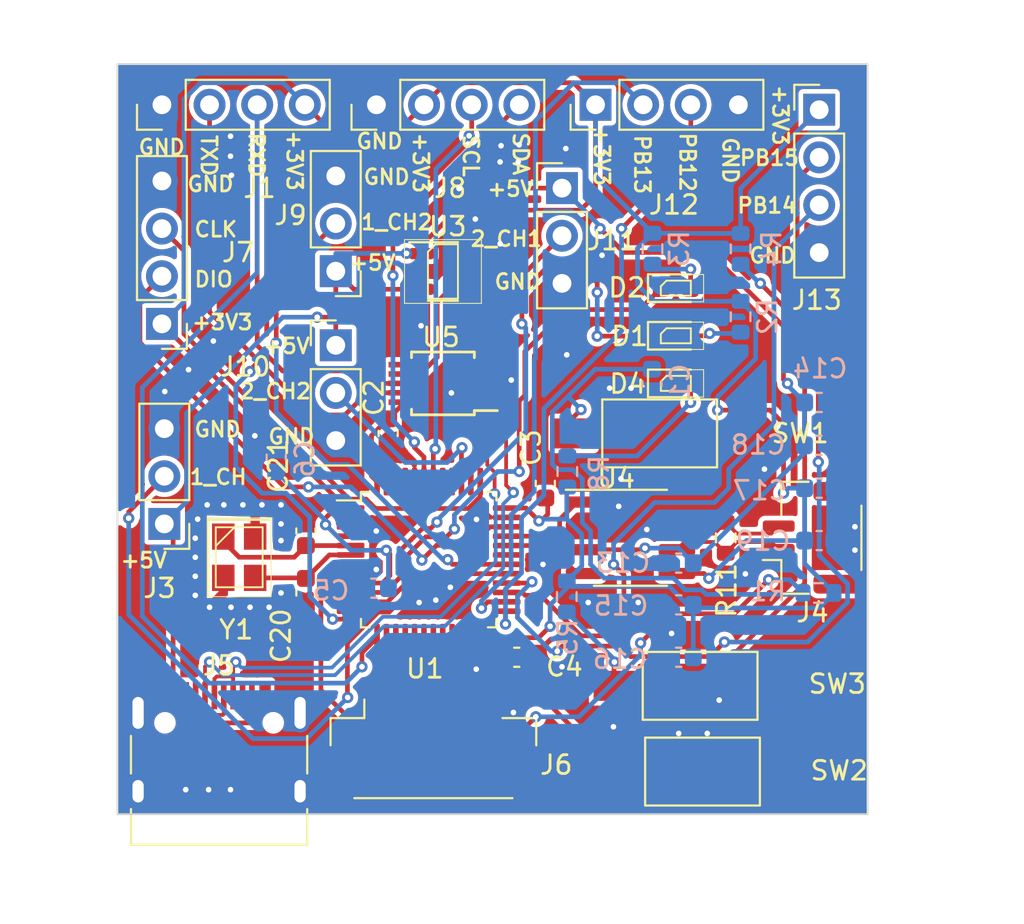
<source format=kicad_pcb>
(kicad_pcb (version 20221018) (generator pcbnew)
  (layers (0 "F.Cu" signal) (31 "B.Cu" signal) (34 "B.Paste" user) (35 "F.Paste" user) (36 "B.SilkS" user "B.Silkscreen") (37 "F.SilkS" user "F.Silkscreen") (38 "B.Mask" user) (39 "F.Mask" user) (44 "Edge.Cuts" user))
  (net 0 "")
  (net 1 "GND")
  (net 2 "/MCU/RESET")
  (net 3 "/MCU/XTAL_I")
  (net 4 "/MCU/XTAL_O")
  (net 5 "Net-(D4-A)")
  (net 6 "/MCU/LED1")
  (net 7 "/MCU/LED2")
  (net 9 "+3V3")
  (net 10 "+5V")
  (net 14 "/MCU/DIO")
  (net 15 "/MCU/CLK")
  (net 30 "Net-(D1-A)")
  (net 31 "Net-(D2-A)")
  (net 32 "/Connector/TXD")
  (net 33 "/Connector/RXD")
  (net 34 "/Connector/TIM1_CH")
  (net 35 "/Connector/-")
  (net 36 "/Connector/+")
  (net 37 "/Connector/DP")
  (net 38 "/Connector/DN")
  (net 39 "/Connector/SPI_CS")
  (net 40 "/Connector/SPI_SCK")
  (net 41 "/Connector/SPI_MISO")
  (net 42 "/Connector/SPI_MOSI")
  (net 43 "/Connector/GPIO0")
  (net 44 "/Connector/I2C1_SCL")
  (net 45 "/Connector/I2C1_SDA")
  (net 46 "/Connector/TIM1_CH2")
  (net 47 "/Connector/TIM2_CH2")
  (net 48 "/Connector/TIM2_CH1")
  (net 49 "/Connector/PB13")
  (net 50 "/Connector/PB12")
  (net 51 "/Connector/PB15")
  (net 52 "/Connector/PB14")
  (net 53 "/MCU/KEY1")
  (net 54 "/MCU/KEY2")
  (net 55 "/Connector/CAN_RX")
  (net 56 "/Connector/CAN_TX")
  (footprint "Button_Switch_SMD:SW_SPST_FSMSM" (layer "F.Cu") (at 208.915 91.694)
    (fp_text reference "SW1")
    (fp_text value " SW")
  )
  (footprint "Connector_PinHeader_2.54mm:PinHeader_1x03_P2.54mm_Vertical" (layer "F.Cu") (at 182.499 96.52 180)
    (fp_text reference "J3")
    (fp_text value "Conn_01x03")
  )
  (footprint "Connector_PinHeader_2.54mm:PinHeader_1x04_P2.54mm_Vertical" (layer "F.Cu") (at 182.372 85.852 180)
    (fp_text reference "J7")
    (fp_text value "Conn_01x04")
  )
  (footprint "Capacitor_SMD:C_0603_1608Metric" (layer "F.Cu") (at 217.424 97.409)
    (fp_text reference "C19")
    (fp_text value "100n")
  )
  (footprint "Resistor_SMD:R_0603_1608Metric" (layer "F.Cu") (at 203.992 93.726 -90)
    (fp_text reference "R8")
    (fp_text value "10k")
  )
  (footprint "Resistor_SMD:R_0603_1608Metric" (layer "F.Cu") (at 213.233 81.852 90)
    (fp_text reference "R4")
    (fp_text value "10k")
  )
  (footprint "LED_SMD:LED_0603_1608Metric" (layer "F.Cu") (at 209.7785 83.947)
    (fp_text reference "D2")
    (fp_text value "LED")
  )
  (footprint "Button_Switch_SMD:SW_SPST_FSMSM" (layer "F.Cu") (at 211.201 109.728)
    (fp_text reference "SW2")
    (fp_text value " SW")
  )
  (footprint "Package_SO:SOIC-8_3.9x4.9mm_P1.27mm" (layer "F.Cu") (at 207.359 97.261)
    (fp_text reference "U4")
    (fp_text value "TJA1051T-3")
  )
  (footprint "Capacitor_SMD:C_0603_1608Metric" (layer "F.Cu") (at 209.931 100.838)
    (fp_text reference "C15")
    (fp_text value "100n")
  )
  (footprint "LED_SMD:LED_0603_1608Metric" (layer "F.Cu") (at 209.7785 86.487)
    (fp_text reference "D1")
    (fp_text value "LED")
  )
  (footprint "Capacitor_SMD:C_0603_1608Metric" (layer "F.Cu") (at 194.437 91.694 90)
    (fp_text reference "C2")
    (fp_text value "100n")
  )
  (footprint "Capacitor_SMD:C_0603_1608Metric" (layer "F.Cu") (at 217.424 90.043 180)
    (fp_text reference "C14")
    (fp_text value "100n")
  )
  (footprint "Capacitor_SMD:C_0603_1608Metric" (layer "F.Cu") (at 209.931 98.612)
    (fp_text reference "C13")
    (fp_text value "2.2u")
  )
  (footprint "Connector_USB:USB_C_Receptacle_HRO_TYPE-C-31-M-12" (layer "F.Cu") (at 185.42 109.728)
    (fp_text reference "J5")
    (fp_text value "USB_C_Receptacle_USB2.0")
  )
  (footprint "Connector_PinHeader_2.54mm:PinHeader_1x04_P2.54mm_Vertical" (layer "F.Cu") (at 205.496 74.168 90)
    (fp_text reference "J12")
    (fp_text value "Conn_01x04")
  )
  (footprint "Connector_PinHeader_2.54mm:PinHeader_1x04_P2.54mm_Vertical" (layer "F.Cu") (at 182.372 74.168 90)
    (fp_text reference "J1")
    (fp_text value "Conn_01x04")
  )
  (footprint "Connector_PinHeader_2.54mm:PinHeader_1x03_P2.54mm_Vertical" (layer "F.Cu") (at 203.708 78.613)
    (fp_text reference "J11")
    (fp_text value "Conn_01x03")
  )
  (footprint "Capacitor_SMD:C_0603_1608Metric" (layer "F.Cu") (at 208.504 89.046 90)
    (fp_text reference "C1")
    (fp_text value "100n")
  )
  (footprint "Resistor_SMD:R_0603_1608Metric" (layer "F.Cu") (at 213.233 85.471 -90)
    (fp_text reference "R2")
    (fp_text value "1K")
  )
  (footprint "Capacitor_SMD:C_0603_1608Metric" (layer "F.Cu") (at 190.049 96.901 90)
    (fp_text reference "C21")
    (fp_text value "12p")
  )
  (footprint "Connector_PinHeader_2.54mm:PinHeader_1x04_P2.54mm_Vertical" (layer "F.Cu") (at 193.812 74.168 90)
    (fp_text reference "J8")
    (fp_text value "Conn_01x04")
  )
  (footprint "Connector_JST:JST_GH_SM02B-GHS-TB_1x02-1MP_P1.25mm_Horizontal" (layer "F.Cu") (at 217.115 97.261 90)
    (fp_text reference "J4")
    (fp_text value "Conn_01x02")
  )
  (footprint "Connector_JST:JST_GH_SM06B-GHS-TB_1x06-1MP_P1.25mm_Horizontal" (layer "F.Cu") (at 196.85 108.585)
    (fp_text reference "J6")
    (fp_text value "Conn_01x06")
  )
  (footprint "Connector_PinHeader_2.54mm:PinHeader_1x03_P2.54mm_Vertical" (layer "F.Cu") (at 191.643 86.995)
    (fp_text reference "J10")
    (fp_text value "Conn_01x03")
  )
  (footprint "Capacitor_SMD:C_0603_1608Metric" (layer "F.Cu") (at 188.468 92.964 90)
    (fp_text reference "C6")
    (fp_text value "100n")
  )
  (footprint "Connector_PinHeader_2.54mm:PinHeader_1x03_P2.54mm_Vertical" (layer "F.Cu") (at 191.643 83.043 180)
    (fp_text reference "J9")
    (fp_text value "Conn_01x03")
  )
  (footprint "Connector_PinHeader_2.54mm:PinHeader_1x04_P2.54mm_Vertical" (layer "F.Cu") (at 217.424 74.432)
    (fp_text reference "J13")
    (fp_text value "Conn_01x04")
  )
  (footprint "PackageSOT:SOT-23-5" (layer "F.Cu") (at 197.358 83.058)
    (fp_text reference "U3")
    (fp_text value "HX9193-33GB")
  )
  (footprint "Capacitor_SMD:C_0603_1608Metric" (layer "F.Cu") (at 217.424 94.615 180)
    (fp_text reference "C17")
    (fp_text value "100n")
  )
  (footprint "Capacitor_SMD:C_0603_1608Metric" (layer "F.Cu") (at 217.411 92.329 180)
    (fp_text reference "C18")
    (fp_text value "100n")
  )
  (footprint "Resistor_SMD:R_0603_1608Metric" (layer "F.Cu") (at 217.387 100.203)
    (fp_text reference "R1")
    (fp_text value "10k")
  )
  (footprint "Capacitor_SMD:C_0603_1608Metric" (layer "F.Cu") (at 193.675 99.949)
    (fp_text reference "C5")
    (fp_text value "100n")
  )
  (footprint "Crystal:Crystal_SMD_3225-4Pin_3.2x2.5mm" (layer "F.Cu") (at 186.493 98.298 -90)
    (fp_text reference "Y1")
    (fp_text value "12M")
  )
  (footprint "Capacitor_SMD:C_0603_1608Metric" (layer "F.Cu") (at 209.931 103.632)
    (fp_text reference "C16")
    (fp_text value "2.2u")
  )
  (footprint "Resistor_SMD:R_0603_1608Metric" (layer "F.Cu") (at 212.439 97.261 90)
    (fp_text reference "R11")
    (fp_text value "120")
  )
  (footprint "LED_SMD:LED_0603_1608Metric" (layer "F.Cu") (at 209.7785 89.027)
    (fp_text reference "D4")
    (fp_text value "RED")
  )
  (footprint "Resistor_SMD:R_0603_1608Metric" (layer "F.Cu") (at 203.962 100.394 90)
    (fp_text reference "R5")
    (fp_text value "10k")
  )
  (footprint "Button_Switch_SMD:SW_SPST_FSMSM" (layer "F.Cu") (at 211.074 105.156)
    (fp_text reference "SW3")
    (fp_text value " SW")
  )
  (footprint "Capacitor_SMD:C_0603_1608Metric" (layer "F.Cu") (at 202.819 94.361 90)
    (fp_text reference "C3")
    (fp_text value "100n")
  )
  (footprint "Capacitor_SMD:C_0603_1608Metric" (layer "F.Cu") (at 201.295 103.632)
    (fp_text reference "C4")
    (fp_text value "100n")
  )
  (footprint "PackageQFP:LQFP-48_7x7mm_P0.5mm" (layer "F.Cu") (at 196.596 98.425)
    (fp_text reference "U1")
    (fp_text value "STM32F103C8Tx")
  )
  (footprint "Capacitor_SMD:C_0603_1608Metric" (layer "F.Cu") (at 190.049 100.203 90)
    (fp_text reference "C20")
    (fp_text value "12p")
  )
  (footprint "Resistor_SMD:R_0603_1608Metric" (layer "F.Cu") (at 208.534 81.8444 -90)
    (fp_text reference "R3")
    (fp_text value "1K")
  )
  (footprint "Package_SO:MSOP-10_3x3mm_P0.5mm" (layer "F.Cu") (at 197.358 89.027 180)
    (fp_text reference "U5")
    (fp_text value "CH340E")
  )
  (gr_rect locked (start 180 72) (end 220 112) (stroke (width 0.1)) (fill none) (layer "Edge.Cuts"))
  (gr_text "+5V" (at 199.644 79.121) (layer "F.SilkS") (effects (font (size 0.8 0.8) (thickness 0.15) bold) (justify left bottom)))
  (gr_text "TXD" (at 184.404 75.692 270) (layer "F.SilkS") (effects (font (size 0.8 0.8) (thickness 0.15) bold) (justify left bottom)))
  (gr_text "+5V" (at 187.706 87.503) (layer "F.SilkS") (effects (font (size 0.8 0.8) (thickness 0.15) bold) (justify left bottom)))
  (gr_text "+3V3" (at 183.896 86.233) (layer "F.SilkS") (effects (font (size 0.8 0.8) (thickness 0.15) bold) (justify left bottom)))
  (gr_text "+3V3" (at 205.359 75.184 -90) (layer "F.SilkS") (effects (font (size 0.8 0.8) (thickness 0.15) bold) (justify left bottom)))
  (gr_text "+3V3" (at 195.707 75.565 -90) (layer "F.SilkS") (effects (font (size 0.8 0.8) (thickness 0.15) bold) (justify left bottom)))
  (gr_text "PB13" (at 207.518 75.692 270) (layer "F.SilkS") (effects (font (size 0.8 0.8) (thickness 0.15) bold) (justify left bottom)))
  (gr_text "GND" (at 187.96 92.329) (layer "F.SilkS") (effects (font (size 0.8 0.8) (thickness 0.15) bold) (justify left bottom)))
  (gr_text "PB15" (at 213.106 77.47) (layer "F.SilkS") (effects (font (size 0.8 0.8) (thickness 0.15) bold) (justify left bottom)))
  (gr_text "GND" (at 212.217 75.819 -90) (layer "F.SilkS") (effects (font (size 0.8 0.8) (thickness 0.15) bold) (justify left bottom)))
  (gr_text "1_CH2" (at 192.913 80.899) (layer "F.SilkS") (effects (font (size 0.8 0.8) (thickness 0.15) bold) (justify left bottom)))
  (gr_text "GND" (at 193.04 78.486) (layer "F.SilkS") (effects (font (size 0.8 0.8) (thickness 0.15) bold) (justify left bottom)))
  (gr_text "2_CH2" (at 186.436 89.916) (layer "F.SilkS") (effects (font (size 0.8 0.8) (thickness 0.15) bold) (justify left bottom)))
  (gr_text "GND" (at 192.659 76.581) (layer "F.SilkS") (effects (font (size 0.8 0.8) (thickness 0.15) bold) (justify left bottom)))
  (gr_text "PB12" (at 209.931 75.565 270) (layer "F.SilkS") (effects (font (size 0.8 0.8) (thickness 0.15) bold) (justify left bottom)))
  (gr_text "GND" (at 200.025 84.074) (layer "F.SilkS") (effects (font (size 0.8 0.8) (thickness 0.15) bold) (justify left bottom)))
  (gr_text "+3V3" (at 188.976 75.438 -90) (layer "F.SilkS") (effects (font (size 0.8 0.8) (thickness 0.15) bold) (justify left bottom)))
  (gr_text "CLK" (at 184.023 81.28) (layer "F.SilkS") (effects (font (size 0.8 0.8)) (justify left bottom)))
  (gr_text "PB14" (at 212.979 80.01) (layer "F.SilkS") (effects (font (size 0.8 0.8) (thickness 0.15) bold) (justify left bottom)))
  (gr_text "GND" (at 184.023 91.948) (layer "F.SilkS") (effects (font (size 0.8 0.8) (thickness 0.15) bold) (justify left bottom)))
  (gr_text "2_CH1" (at 198.755 81.788) (layer "F.SilkS") (effects (font (size 0.8 0.8) (thickness 0.15) bold) (justify left bottom)))
  (gr_text "SCL" (at 198.374 75.692 270) (layer "F.SilkS") (effects (font (size 0.8 0.8) (thickness 0.15) bold) (justify left bottom)))
  (gr_text "GND" (at 181.042 76.902) (layer "F.SilkS") (effects (font (size 0.8 0.8) (thickness 0.15) bold) (justify left bottom)))
  (gr_text "RXD" (at 186.944 75.565 270) (layer "F.SilkS") (effects (font (size 0.8 0.8) (thickness 0.15) bold) (justify left bottom)))
  (gr_text "+5V" (at 180.086 98.933) (layer "F.SilkS") (effects (font (size 0.8 0.8) (thickness 0.15) bold) (justify left bottom)))
  (gr_text "SDA" (at 201.041 75.565 270) (layer "F.SilkS") (effects (font (size 0.8 0.8) (thickness 0.15) bold) (justify left bottom)))
  (gr_text "1_CH" (at 183.769 94.488) (layer "F.SilkS") (effects (font (size 0.8 0.8) (thickness 0.15) bold) (justify left bottom)))
  (gr_text "+3V3" (at 214.884 73.025 -90) (layer "F.SilkS") (effects (font (size 0.8 0.8) (thickness 0.15) bold) (justify left bottom)))
  (gr_text "+5V" (at 192.278 83.058) (layer "F.SilkS") (effects (font (size 0.8 0.8) (thickness 0.15) bold) (justify left bottom)))
  (gr_text "GND" (at 213.614 82.677) (layer "F.SilkS") (effects (font (size 0.8 0.8) (thickness 0.15) bold) (justify left bottom)))
  (gr_text "DIO" (at 184.023 83.947) (layer "F.SilkS") (effects (font (size 0.8 0.8) (thickness 0.15) bold) (justify left bottom)))
  (gr_text "GND" (at 183.642 78.867) (layer "F.SilkS") (effects (font (size 0.8 0.8) (thickness 0.15) bold) (justify left bottom)))
  (segment (start 187.343 97.198) (end 187.343 95.867) (width 0.5) (layer "F.Cu") (net 1))
  (segment (start 187.343 95.867) (end 187.706 95.504) (width 0.5) (layer "F.Cu") (net 1))
  (segment (start 199.558 89.027) (end 200.8245 89.027) (width 0.25) (layer "F.Cu") (net 1))
  (segment (start 185.643 100.234) (end 184.912 100.965) (width 0.5) (layer "F.Cu") (net 1))
  (segment (start 200.8245 89.027) (end 201.0023 88.8492) (width 0.25) (layer "F.Cu") (net 1))
  (segment (start 185.643 99.398) (end 185.643 100.234) (width 0.5) (layer "F.Cu") (net 1))
  (via (at 201.1172 106.5784) (size 0.6) (drill 0.3) (layers "F.Cu" "B.Cu") (net 1))
  (via (at 199.136 104.267) (size 0.6) (drill 0.3) (layers "F.Cu" "B.Cu") (net 1))
  (via (at 188.722 97.409) (size 0.6) (drill 0.3) (layers "F.Cu" "B.Cu") (net 1))
  (via (at 197.8085 89.535) (size 0.6) (drill 0.3) (layers "F.Cu" "B.Cu") (net 1))
  (via (at 206.731304 95.5825) (size 0.6) (drill 0.3) (layers "F.Cu" "B.Cu") (net 1))
  (via (at 196.977 100.584) (size 0.6) (drill 0.3) (layers "F.Cu" "B.Cu") (net 1))
  (via (at 208.233257 96.817743) (size 0.6) (drill 0.3) (layers "F.Cu" "B.Cu") (net 1))
  (via (at 199.146017 96.279454) (size 0.6) (drill 0.3) (layers "F.Cu" "B.Cu") (net 1))
  (via (at 186.055 100.965) (size 0.6) (drill 0.3) (layers "F.Cu" "B.Cu") (net 1))
  (via (at 184.15 97.282) (size 0.6) (drill 0.3) (layers "F.Cu" "B.Cu") (net 1))
  (via (at 201.422 76.3016) (size 0.6) (drill 0.3) (layers "F.Cu" "B.Cu") (net 1))
  (via (at 186.0804 77.9272) (size 0.6) (drill 0.3) (layers "F.Cu" "B.Cu") (net 1))
  (via (at 211.455 107.696) (size 0.6) (drill 0.3) (layers "F.Cu" "B.Cu") (net 1))
  (via (at 188.722 95.504) (size 0.6) (drill 0.3) (layers "F.Cu" "B.Cu") (net 1))
  (via (at 196.088 100.711) (size 0.6) (drill 0.3) (layers "F.Cu" "B.Cu") (net 1))
  (via (at 212.09 105.918) (size 0.6) (drill 0.3) (layers "F.Cu" "B.Cu") (net 1))
  (via (at 184.277 96.266) (size 0.6) (drill 0.3) (layers "F.Cu" "B.Cu") (net 1))
  (via (at 185.1152 86.7664) (size 0.6) (drill 0.3) (layers "F.Cu" "B.Cu") (net 1))
  (via (at 200.4568 76.3524) (size 0.6) (drill 0.3) (layers "F.Cu" "B.Cu") (net 1))
  (via (at 182.5244 89.4588) (size 0.6) (drill 0.3) (layers "F.Cu" "B.Cu") (net 1))
  (via (at 219.329 96.6724) (size 0.6) (drill 0.3) (layers "F.Cu" "B.Cu") (net 1))
  (via (at 209.931 107.696) (size 0.6) (drill 0.3) (layers "F.Cu" "B.Cu") (net 1))
  (via (at 188.722 100.203) (size 0.6) (drill 0.3) (layers "F.Cu" "B.Cu") (net 1))
  (via (at 184.15 100.33) (size 0.6) (drill 0.3) (layers "F.Cu" "B.Cu") (net 1))
  (via (at 209.55 102.362) (size 0.6) (drill 0.3) (layers "F.Cu" "B.Cu") (net 1))
  (via (at 197.752378 99.8995) (size 0.6) (drill 0.3) (layers "F.Cu" "B.Cu") (net 1))
  (via (at 200.406 77.216) (size 0.6) (drill 0.3) (layers "F.Cu" "B.Cu") (net 1))
  (via (at 187.706 95.504) (size 0.6) (drill 0.3) (layers "F.Cu" "B.Cu") (net 1))
  (via (at 184.8612 110.6932) (size 0.6) (drill 0.3) (layers "F.Cu" "B.Cu") (net 1))
  (via (at 214.503 93.599) (size 0.6) (drill 0.3) (layers "F.Cu" "B.Cu") (net 1))
  (via (at 203.9112 76.5048) (size 0.6) (drill 0.3) (layers "F.Cu" "B.Cu") (net 1))
  (via (at 207.772 100.711) (size 0.6) (drill 0.3) (layers "F.Cu" "B.Cu") (net 1))
  (via (at 199.0852 80.264) (size 0.6) (drill 0.3) (layers "F.Cu" "B.Cu") (net 1))
  (via (at 203.708 104.14) (size 0.6) (drill 0.3) (layers "F.Cu" "B.Cu") (net 1))
  (via (at 188.722 96.52) (size 0.6) (drill 0.3) (layers "F.Cu" "B.Cu") (net 1))
  (via (at 207.391 89.281) (size 0.6) (drill 0.3) (layers "F.Cu" "B.Cu") (net 1))
  (via (at 206.4512 107.3404) (size 0.6) (drill 0.3) (layers "F.Cu" "B.Cu") (net 1))
  (via (at 202.692 98.679) (size 0.6) (drill 0.3) (layers "F.Cu" "B.Cu") (net 1))
  (via (at 186.0296 75.8444) (size 0.6) (drill 0.3) (layers "F.Cu" "B.Cu") (net 1))
  (via (at 219.329 97.917) (size 0.6) (drill 0.3) (layers "F.Cu" "B.Cu") (net 1))
  (via (at 200.406 81.5848) (size 0.6) (drill 0.3) (layers "F.Cu" "B.Cu") (net 1))
  (via (at 187.071 100.965) (size 0.6) (drill 0.3) (layers "F.Cu" "B.Cu") (net 1))
  (via (at 185.674 95.504) (size 0.6) (drill 0.3) (layers "F.Cu" "B.Cu") (net 1))
  (via (at 184.15 99.314) (size 0.6) (drill 0.3) (layers "F.Cu" "B.Cu") (net 1))
  (via (at 186.0296 76.9112) (size 0.6) (drill 0.3) (layers "F.Cu" "B.Cu") (net 1))
  (via (at 198.217301 78.634101) (size 0.6) (drill 0.3) (layers "F.Cu" "B.Cu") (net 1))
  (via (at 206.248 89.281) (size 0.6) (drill 0.3) (layers "F.Cu" "B.Cu") (net 1))
  (via (at 183.790101 88.294699) (size 0.6) (drill 0.3) (layers "F.Cu" "B.Cu") (net 1))
  (via (at 206.851 94.1114) (size 0.6) (drill 0.3) (layers "F.Cu" "B.Cu") (net 1))
  (via (at 193.802 98.9505) (size 0.6) (drill 0.3) (layers "F.Cu" "B.Cu") (net 1))
  (via (at 193.802 96.901) (size 0.6) (drill 0.3) (layers "F.Cu" "B.Cu") (net 1))
  (via (at 213.487 99.187) (size 0.6) (drill 0.3) (layers "F.Cu" "B.Cu") (net 1))
  (via (at 187.325 91.821) (size 0.6) (drill 0.3) (layers "F.Cu" "B.Cu") (net 1))
  (via (at 196.1896 85.9536) (size 0.6) (drill 0.3) (layers "F.Cu" "B.Cu") (net 1))
  (via (at 203.962 87.503) (size 0.6) (drill 0.3) (layers "F.Cu" "B.Cu") (net 1))
  (via (at 201.3712 77.216) (size 0.6) (drill 0.3) (layers "F.Cu" "B.Cu") (net 1))
  (via (at 184.785 95.504) (size 0.6) (drill 0.3) (layers "F.Cu" "B.Cu") (net 1))
  (via (at 188.087 100.965) (size 0.6) (drill 0.3) (layers "F.Cu" "B.Cu") (net 1))
  (via (at 184.15 98.298) (size 0.6) (drill 0.3) (layers "F.Cu" "B.Cu") (net 1))
  (via (at 186.69 95.504) (size 0.6) (drill 0.3) (layers "F.Cu" "B.Cu") (net 1))
  (via (at 183.642 110.6932) (size 0.6) (drill 0.3) (layers "F.Cu" "B.Cu") (net 1))
  (via (at 205.105 100.711) (size 0.6) (drill 0.3) (layers "F.Cu" "B.Cu") (net 1))
  (via (at 205.8416 82.1944) (size 0.6) (drill 0.3) (layers "F.Cu" "B.Cu") (net 1))
  (via (at 201.0023 88.8492) (size 0.6) (drill 0.3) (layers "F.Cu" "B.Cu") (net 1))
  (via (at 186.0296 110.6932) (size 0.6) (drill 0.3) (layers "F.Cu" "B.Cu") (net 1))
  (via (at 184.912 100.965) (size 0.6) (drill 0.3) (layers "F.Cu" "B.Cu") (net 1))
  (segment (start 207.899 102.87) (end 209.4577 101.3113) (width 0.25) (layer "F.Cu") (net 2))
  (segment (start 201.168 107.95) (end 202.311 106.807) (width 0.25) (layer "F.Cu") (net 2))
  (segment (start 209.4577 101.3113) (end 212.9092 101.3113) (width 0.25) (layer "F.Cu") (net 2))
  (segment (start 193.418249 107.95) (end 201.168 107.95) (width 0.25) (layer "F.Cu") (net 2))
  (segment (start 204.325 90.823) (end 204.724 90.424) (width 0.25) (layer "F.Cu") (net 2))
  (segment (start 190.849 99.456315) (end 190.849 105.380751) (width 0.25) (layer "F.Cu") (net 2))
  (segment (start 212.9092 101.3113) (end 214.725 99.4955) (width 0.25) (layer "F.Cu") (net 2))
  (segment (start 191.630315 98.675) (end 190.849 99.456315) (width 0.25) (layer "F.Cu") (net 2))
  (segment (start 192.4335 98.675) (end 191.630315 98.675) (width 0.25) (layer "F.Cu") (net 2))
  (segment (start 204.325 91.694) (end 204.325 90.823) (width 0.25) (layer "F.Cu") (net 2))
  (segment (start 190.849 105.380751) (end 193.418249 107.95) (width 0.25) (layer "F.Cu") (net 2))
  (via (at 207.899 102.87) (size 0.6) (drill 0.3) (layers "F.Cu" "B.Cu") (net 2))
  (via (at 202.311 106.807) (size 0.6) (drill 0.3) (layers "F.Cu" "B.Cu") (net 2))
  (via (at 204.724 90.424) (size 0.6) (drill 0.3) (layers "F.Cu" "B.Cu") (net 2))
  (via (at 214.725 99.4955) (size 0.6) (drill 0.3) (layers "F.Cu" "B.Cu") (net 2))
  (segment (start 203.192 93.337) (end 203.192 90.559) (width 0.25) (layer "B.Cu") (net 2))
  (segment (start 204.284462 93.626) (end 203.481 93.626) (width 0.25) (layer "B.Cu") (net 2))
  (segment (start 203.192 90.559) (end 204.0255 89.7255) (width 0.25) (layer "B.Cu") (net 2))
  (segment (start 205.48 88.271) (end 208.504 88.271) (width 0.25) (layer "B.Cu") (net 2))
  (segment (start 204.792 94.133538) (end 204.284462 93.626) (width 0.25) (layer "B.Cu") (net 2))
  (segment (start 216.562 100.203) (end 216.4865 100.2785) (width 0.25) (layer "B.Cu") (net 2))
  (segment (start 204.606305 106.807) (end 202.311 106.807) (width 0.25) (layer "B.Cu") (net 2))
  (segment (start 205.965 99.412) (end 205.232 98.679) (width 0.25) (layer "B.Cu") (net 2))
  (segment (start 207.899 103.514305) (end 204.606305 106.807) (width 0.25) (layer "B.Cu") (net 2))
  (segment (start 203.481 93.626) (end 203.192 93.337) (width 0.25) (layer "B.Cu") (net 2))
  (segment (start 204.0255 89.7255) (end 205.48 88.271) (width 0.25) (layer "B.Cu") (net 2))
  (segment (start 210.274 100.038) (end 209.648 99.412) (width 0.25) (layer "B.Cu") (net 2))
  (segment (start 204.724 90.424) (end 204.0255 89.7255) (width 0.25) (layer "B.Cu") (net 2))
  (segment (start 216.4865 100.2785) (end 211.399317 100.2785) (width 0.25) (layer "B.Cu") (net 2))
  (segment (start 215.8545 99.4955) (end 216.562 100.203) (width 0.25) (layer "B.Cu") (net 2))
  (segment (start 205.232 98.679) (end 205.232 96.899604) (width 0.25) (layer "B.Cu") (net 2))
  (segment (start 214.725 99.4955) (end 215.8545 99.4955) (width 0.25) (layer "B.Cu") (net 2))
  (segment (start 207.899 102.87) (end 207.899 103.514305) (width 0.25) (layer "B.Cu") (net 2))
  (segment (start 204.792 96.459604) (end 204.792 94.133538) (width 0.25) (layer "B.Cu") (net 2))
  (segment (start 211.158817 100.038) (end 210.274 100.038) (width 0.25) (layer "B.Cu") (net 2))
  (segment (start 211.399317 100.2785) (end 211.158817 100.038) (width 0.25) (layer "B.Cu") (net 2))
  (segment (start 205.232 96.899604) (end 204.792 96.459604) (width 0.25) (layer "B.Cu") (net 2))
  (segment (start 209.648 99.412) (end 205.965 99.412) (width 0.25) (layer "B.Cu") (net 2))
  (segment (start 186.493 98.298) (end 189.427 98.298) (width 0.25) (layer "F.Cu") (net 3))
  (segment (start 185.643 97.448) (end 186.493 98.298) (width 0.25) (layer "F.Cu") (net 3))
  (segment (start 189.427 98.298) (end 190.049 97.676) (width 0.25) (layer "F.Cu") (net 3))
  (segment (start 192.4325 97.676) (end 192.4335 97.675) (width 0.25) (layer "F.Cu") (net 3))
  (segment (start 190.049 97.676) (end 192.4325 97.676) (width 0.25) (layer "F.Cu") (net 3))
  (segment (start 185.643 97.198) (end 185.643 97.448) (width 0.25) (layer "F.Cu") (net 3))
  (segment (start 190.049 99.428) (end 191.302 98.175) (width 0.25) (layer "F.Cu") (net 4))
  (segment (start 187.343 99.398) (end 190.019 99.398) (width 0.25) (layer "F.Cu") (net 4))
  (segment (start 191.302 98.175) (end 192.4335 98.175) (width 0.25) (layer "F.Cu") (net 4))
  (segment (start 190.019 99.398) (end 190.049 99.428) (width 0.25) (layer "F.Cu") (net 4))
  (segment (start 210.566 89.027) (end 210.566 90.043) (width 0.25) (layer "F.Cu") (net 5))
  (via (at 210.566 90.043) (size 0.6) (drill 0.3) (layers "F.Cu" "B.Cu") (net 5))
  (segment (start 207.708 92.901) (end 203.992 92.901) (width 0.25) (layer "B.Cu") (net 5))
  (segment (start 210.566 90.043) (end 207.708 92.901) (width 0.25) (layer "B.Cu") (net 5))
  (segment (start 194.265666 100.175) (end 192.4335 100.175) (width 0.25) (layer "F.Cu") (net 6))
  (segment (start 205.5876 83.656899) (end 205.5876 84.1756) (width 0.25) (layer "F.Cu") (net 6))
  (segment (start 195.059062 97.963799) (end 195.059062 99.381604) (width 0.25) (layer "F.Cu") (net 6))
  (segment (start 204.448701 82.518) (end 205.5876 83.656899) (width 0.25) (layer "F.Cu") (net 6))
  (segment (start 203.221299 82.518) (end 204.448701 82.518) (width 0.25) (layer "F.Cu") (net 6))
  (segment (start 195.059062 99.381604) (end 194.265666 100.175) (width 0.25) (layer "F.Cu") (net 6))
  (segment (start 201.5675 85.852) (end 201.5675 84.171799) (width 0.25) (layer "F.Cu") (net 6))
  (segment (start 196.259861 96.763) (end 195.059062 97.963799) (width 0.25) (layer "F.Cu") (net 6))
  (segment (start 208.991 86.507403) (end 208.991 86.487) (width 0.25) (layer "F.Cu") (net 6))
  (segment (start 196.699854 96.763) (end 196.259861 96.763) (width 0.25) (layer "F.Cu") (net 6))
  (segment (start 205.582603 86.507403) (end 208.991 86.507403) (width 0.25) (layer "F.Cu") (net 6))
  (segment (start 197.039526 96.423328) (end 196.699854 96.763) (width 0.25) (layer "F.Cu") (net 6))
  (segment (start 201.5675 84.171799) (end 203.221299 82.518) (width 0.25) (layer "F.Cu") (net 6))
  (via (at 197.039526 96.423328) (size 0.6) (drill 0.3) (layers "F.Cu" "B.Cu") (net 6))
  (via (at 205.582603 86.507403) (size 0.6) (drill 0.3) (layers "F.Cu" "B.Cu") (net 6))
  (via (at 205.5876 84.1756) (size 0.6) (drill 0.3) (layers "F.Cu" "B.Cu") (net 6))
  (via (at 201.5675 85.852) (size 0.6) (drill 0.3) (layers "F.Cu" "B.Cu") (net 6))
  (segment (start 197.039526 96.329078) (end 201.7776 91.591004) (width 0.25) (layer "B.Cu") (net 6))
  (segment (start 201.7776 91.591004) (end 201.7776 86.0621) (width 0.25) (layer "B.Cu") (net 6))
  (segment (start 205.5876 86.502406) (end 205.582603 86.507403) (width 0.25) (layer "B.Cu") (net 6))
  (segment (start 205.5876 84.1756) (end 205.5876 86.502406) (width 0.25) (layer "B.Cu") (net 6))
  (segment (start 197.039526 96.423328) (end 197.039526 96.329078) (width 0.25) (layer "B.Cu") (net 6))
  (segment (start 201.7776 86.0621) (end 201.5675 85.852) (width 0.25) (layer "B.Cu") (net 6))
  (segment (start 201.7268 89.662) (end 201.7268 87.3252) (width 0.25) (layer "F.Cu") (net 7))
  (segment (start 203.962 85.09) (end 207.848 85.09) (width 0.25) (layer "F.Cu") (net 7))
  (segment (start 197.969951 96.788451) (end 197.545402 97.213) (width 0.25) (layer "F.Cu") (net 7))
  (segment (start 194.402062 100.675) (end 192.4335 100.675) (width 0.25) (layer "F.Cu") (net 7))
  (segment (start 201.426475 89.962325) (end 201.7268 89.662) (width 0.25) (layer "F.Cu") (net 7))
  (segment (start 195.509062 99.568) (end 194.402062 100.675) (width 0.25) (layer "F.Cu") (net 7))
  (segment (start 201.426475 93.726) (end 201.426475 89.962325) (width 0.25) (layer "F.Cu") (net 7))
  (segment (start 195.509062 98.150195) (end 195.509062 99.568) (width 0.25) (layer "F.Cu") (net 7))
  (segment (start 196.446257 97.213) (end 195.509062 98.150195) (width 0.25) (layer "F.Cu") (net 7))
  (segment (start 207.848 85.09) (end 208.991 83.947) (width 0.25) (layer "F.Cu") (net 7))
  (segment (start 201.7268 87.3252) (end 203.962 85.09) (width 0.25) (layer "F.Cu") (net 7))
  (segment (start 197.545402 97.213) (end 196.446257 97.213) (width 0.25) (layer "F.Cu") (net 7))
  (via (at 201.426475 93.726) (size 0.6) (drill 0.3) (layers "F.Cu" "B.Cu") (net 7))
  (via (at 197.969951 96.788451) (size 0.6) (drill 0.3) (layers "F.Cu" "B.Cu") (net 7))
  (segment (start 197.969951 96.035049) (end 197.969951 96.788451) (width 0.25) (layer "B.Cu") (net 7))
  (segment (start 201.426475 93.726) (end 200.279 93.726) (width 0.25) (layer "B.Cu") (net 7))
  (segment (start 200.279 93.726) (end 197.969951 96.035049) (width 0.25) (layer "B.Cu") (net 7))
  (segment (start 191.630315 95.675) (end 192.4335 95.675) (width 0.25) (layer "F.Cu") (net 9))
  (segment (start 202.946 96.012) (end 202.946 95.263) (width 0.25) (layer "F.Cu") (net 9))
  (segment (start 191.630315 95.675) (end 191.09759 96.207725) (width 0.25) (layer "F.Cu") (net 9))
  (segment (start 211.283201 99.166) (end 211.537612 99.420411) (width 0.25) (layer "F.Cu") (net 9))
  (segment (start 200.52 103.632) (end 200.52 102.7015) (width 0.25) (layer "F.Cu") (net 9))
  (segment (start 194.437 90.919) (end 193.548 91.808) (width 0.25) (layer "F.Cu") (net 9))
  (segment (start 197.527 72.993) (end 196.352 74.168) (width 0.25) (layer "F.Cu") (net 9))
  (segment (start 194.527135 98.119471) (end 194.527135 99.277135) (width 0.25) (layer "F.Cu") (net 9))
  (segment (start 204.692 79.788) (end 205.496 78.984) (width 0.25) (layer "F.Cu") (net 9))
  (segment (start 191.09759 96.207725) (end 191.09759 96.56166) (width 0.25) (layer "F.Cu") (net 9))
  (segment (start 209.834 99.166) (end 211.283201 99.166) (width 0.25) (layer "F.Cu") (net 9))
  (segment (start 215.523299 91.172299) (end 215.523299 94.873299) (width 0.25) (layer "F.Cu") (net 9))
  (segment (start 196.158 88.527) (end 195.158 88.527) (width 0.25) (layer "F.Cu") (net 9))
  (segment (start 198.3538 83.383) (end 197.786249 83.383) (width 0.25) (layer "F.Cu") (net 9))
  (segment (start 191.167 75.343) (end 189.992 74.168) (width 0.25) (layer "F.Cu") (net 9))
  (segment (start 193.548 91.808) (end 193.548 93.9645) (width 0.25) (layer "F.Cu") (net 9))
  (segment (start 200.8155 79.788) (end 204.692 79.788) (width 0.25) (layer "F.Cu") (net 9))
  (segment (start 205.496 78.984) (end 205.496 74.168) (width 0.25) (layer "F.Cu") (net 9))
  (segment (start 205.496 74.168) (end 204.321 72.993) (width 0.25) (layer "F.Cu") (net 9))
  (segment (start 202.595925 96.362075) (end 202.946 96.012) (width 0.25) (layer "F.Cu") (net 9))
  (segment (start 195.158 90.027) (end 196.158 90.027) (width 0.25) (layer "F.Cu") (net 9))
  (segment (start 197.508 83.661249) (end 197.508 84.2288) (width 0.25) (layer "F.Cu") (net 9))
  (segment (start 194.527135 99.277135) (end 194.12927 99.675) (width 0.25) (layer "F.Cu") (net 9))
  (segment (start 202.476576 96.362075) (end 201.789501 95.675) (width 0.25) (layer "F.Cu") (net 9))
  (segment (start 198.4955 82.108) (end 200.8155 79.788) (width 0.25) (layer "F.Cu") (net 9))
  (segment (start 182.372 85.852) (end 190.1444 93.6244) (width 0.25) (layer "F.Cu") (net 9))
  (segment (start 201.789501 95.675) (end 200.7585 95.675) (width 0.25) (layer "F.Cu") (net 9))
  (segment (start 200.52 102.7015) (end 200.406 102.5875) (width 0.25) (layer "F.Cu") (net 9))
  (segment (start 212.009902 90.452075) (end 214.803075 90.452075) (width 0.25) (layer "F.Cu") (net 9))
  (segment (start 194.12927 99.675) (end 192.4335 99.675) (width 0.25) (layer "F.Cu") (net 9))
  (segment (start 199.346 102.5875) (end 200.406 102.5875) (width 0.25) (layer "F.Cu") (net 9))
  (segment (start 197.786249 83.383) (end 197.508 83.661249) (width 0.25) (layer "F.Cu") (net 9))
  (segment (start 195.158 90.198) (end 194.437 90.919) (width 0.25) (layer "F.Cu") (net 9))
  (segment (start 202.4665 102.5875) (end 203.073 101.981) (width 0.25) (layer "F.Cu") (net 9))
  (segment (start 195.158 90.027) (end 195.158 90.198) (width 0.25) (layer "F.Cu") (net 9))
  (segment (start 190.1444 93.6244) (end 192.195 95.675) (width 0.25) (layer "F.Cu") (net 9))
  (segment (start 197.508 84.2288) (end 197.0532 84.6836) (width 0.25) (layer "F.Cu") (net 9))
  (segment (start 200.406 102.5875) (end 202.4665 102.5875) (width 0.25) (layer "F.Cu") (net 9))
  (segment (start 196.158 90.027) (end 196.183 90.002) (width 0.25) (layer "F.Cu") (net 9))
  (segment (start 196.352 74.168) (end 195.177 75.343) (width 0.25) (layer "F.Cu") (net 9))
  (segment (start 196.183 90.002) (end 196.183 88.552) (width 0.25) (layer "F.Cu") (net 9))
  (segment (start 195.177 75.343) (end 191.167 75.343) (width 0.25) (layer "F.Cu") (net 9))
  (segment (start 202.946 95.263) (end 202.819 95.136) (width 0.25) (layer "F.Cu") (net 9))
  (segment (start 202.476576 96.362075) (end 202.595925 96.362075) (width 0.25) (layer "F.Cu") (net 9))
  (segment (start 197.0532 87.6318) (end 196.158 88.527) (width 0.25) (layer "F.Cu") (net 9))
  (segment (start 214.803075 90.452075) (end 215.523299 91.172299) (width 0.25) (layer "F.Cu") (net 9))
  (segment (start 193.548 93.9645) (end 193.846 94.2625) (width 0.25) (layer "F.Cu") (net 9))
  (segment (start 204.321 72.993) (end 197.527 72.993) (width 0.25) (layer "F.Cu") (net 9))
  (segment (start 197.0532 84.6836) (end 197.0532 87.6318) (width 0.25) (layer "F.Cu") (net 9))
  (segment (start 198.4955 82.108) (end 198.4955 83.2413) (width 0.25) (layer "F.Cu") (net 9))
  (segment (start 198.4955 83.2413) (end 198.3538 83.383) (width 0.25) (layer "F.Cu") (net 9))
  (segment (start 194.335457 97.927793) (end 194.527135 98.119471) (width 0.25) (layer "F.Cu") (net 9))
  (segment (start 196.183 88.552) (end 196.158 88.527) (width 0.25) (layer "F.Cu") (net 9))
  (via (at 194.335457 97.927793) (size 0.6) (drill 0.3) (layers "F.Cu" "B.Cu") (net 9))
  (via (at 203.073 101.981) (size 0.6) (drill 0.3) (layers "F.Cu" "B.Cu") (net 9))
  (via (at 191.09759 96.56166) (size 0.6) (drill 0.3) (layers "F.Cu" "B.Cu") (net 9))
  (via (at 215.523299 94.873299) (size 0.6) (drill 0.3) (layers "F.Cu" "B.Cu") (net 9))
  (via (at 202.476576 96.362075) (size 0.6) (drill 0.3) (layers "F.Cu" "B.Cu") (net 9))
  (via (at 211.537612 99.420411) (size 0.6) (drill 0.3) (layers "F.Cu" "B.Cu") (net 9))
  (via (at 212.009902 90.452075) (size 0.6) (drill 0.3) (layers "F.Cu" "B.Cu") (net 9))
  (segment (start 183.547 84.677) (end 182.372 85.852) (width 0.25) (layer "B.Cu") (net 9))
  (segment (start 207.734 81.8194) (end 208.534 81.0194) (width 0.25) (layer "B.Cu") (net 9))
  (segment (start 214.033 87.716) (end 214.033 85.446) (width 0.25) (layer "B.Cu") (net 9))
  (segment (start 208.534 81.0194) (end 210.1688 81.0194) (width 0.25) (layer "B.Cu") (net 9))
  (segment (start 204.762 97.066) (end 203.962 96.266) (width 0.25) (layer "B.Cu") (net 9))
  (segment (start 194.45 98.042336) (end 194.335457 97.927793) (width 0.25) (layer "B.Cu") (net 9))
  (segment (start 217.412 101.003) (end 218.212 100.203) (width 0.25) (layer "B.Cu") (net 9))
  (segment (start 215.781598 94.615) (end 215.523299 94.873299) (width 0.25) (layer "B.Cu") (net 9))
  (segment (start 192.463723 97.927793) (end 191.09759 96.56166) (width 0.25) (layer "B.Cu") (net 9))
  (segment (start 213.233 81.027) (end 210.1764 81.027) (width 0.25) (layer "B.Cu") (net 9))
  (segment (start 213.233 84.646) (end 208.611 84.646) (width 0.25) (layer "B.Cu") (net 9))
  (segment (start 212.009902 89.739098) (end 212.009902 90.452075) (width 0.25) (layer "B.Cu") (net 9))
  (segment (start 213.293 88.456) (end 212.009902 89.739098) (width 0.25) (layer "B.Cu") (net 9))
  (segment (start 213.233 81.027) (end 213.233 78.623) (width 0.25) (layer "B.Cu") (net 9))
  (segment (start 216.649 97.409) (end 216.649 98.64) (width 0.25) (layer "B.Cu") (net 9))
  (segment (start 191.09759 96.344652) (end 191.09759 96.56166) (width 0.25) (layer "B.Cu") (net 9))
  (segment (start 203.073 100.839396) (end 203.962 99.950396) (width 0.25) (layer "B.Cu") (net 9))
  (segment (start 216.649 94.615) (end 215.781598 94.615) (width 0.25) (layer "B.Cu") (net 9))
  (segment (start 184.425299 72.993) (end 183.547 73.871299) (width 0.25) (layer "B.Cu") (net 9))
  (segment (start 210.706 100.838) (end 210.408817 100.838) (width 0.25) (layer "B.Cu") (net 9))
  (segment (start 213.549023 97.409) (end 216.649 97.409) (width 0.25) (layer "B.Cu") (net 9))
  (segment (start 188.468 93.739) (end 188.491938 93.739) (width 0.25) (layer "B.Cu") (net 9))
  (segment (start 209.432817 99.862) (end 204.255 99.862) (width 0.25) (layer "B.Cu") (net 9))
  (segment (start 208.611 84.646) (end 208.534 84.569) (width 0.25) (layer "B.Cu") (net 9))
  (segment (start 194.45 99.949) (end 194.45 98.042336) (width 0.25) (layer "B.Cu") (net 9))
  (segment (start 204.762 98.769) (end 204.762 97.066) (width 0.25) (layer "B.Cu") (net 9))
  (segment (start 210.408817 100.838) (end 209.432817 99.862) (width 0.25) (layer "B.Cu") (net 9))
  (segment (start 216.649 98.64) (end 218.212 100.203) (width 0.25) (layer "B.Cu") (net 9))
  (segment (start 204.255 99.862) (end 203.962 99.569) (width 0.25) (layer "B.Cu") (net 9))
  (segment (start 194.335457 97.927793) (end 192.463723 97.927793) (width 0.25) (layer "B.Cu") (net 9))
  (segment (start 211.537612 99.420411) (end 213.549023 97.409) (width 0.25) (layer "B.Cu") (net 9))
  (segment (start 188.491938 93.739) (end 191.09759 96.344652) (width 0.25) (layer "B.Cu") (net 9))
  (segment (start 210.706 100.838) (end 210.706 103.632) (width 0.25) (layer "B.Cu") (net 9))
  (segment (start 210.871 101.003) (end 217.412 101.003) (width 0.25) (layer "B.Cu") (net 9))
  (segment (start 203.962 99.950396) (end 203.962 99.569) (width 0.25) (layer "B.Cu") (net 9))
  (segment (start 214.033 85.446) (end 213.233 84.646) (width 0.25) (layer "B.Cu") (net 9))
  (segment (start 210.1688 81.0194) (end 210.1764 81.027) (width 0.25) (layer "B.Cu") (net 9))
  (segment (start 208.534 84.569) (end 207.734 83.769) (width 0.25) (layer "B.Cu") (net 9))
  (segment (start 189.992 74.168) (end 188.817 72.993) (width 0.25) (layer "B.Cu") (net 9))
  (segment (start 213.233 78.623) (end 217.424 74.432) (width 0.25) (layer "B.Cu") (net 9))
  (segment (start 203.962 96.266) (end 202.572651 96.266) (width 0.25) (layer "B.Cu") (net 9))
  (segment (start 202.572651 96.266) (end 202.476576 96.362075) (width 0.25) (layer "B.Cu") (net 9))
  (segment (start 188.817 72.993) (end 184.425299 72.993) (width 0.25) (layer "B.Cu") (net 9))
  (segment (start 205.496 77.9814) (end 205.496 74.168) (width 0.25) (layer "B.Cu") (net 9))
  (segment (start 203.073 100.839396) (end 203.073 101.981) (width 0.25) (layer "B.Cu") (net 9))
  (segment (start 210.706 100.838) (end 210.871 101.003) (width 0.25) (layer "B.Cu") (net 9))
  (segment (start 207.734 83.769) (end 207.734 81.8194) (width 0.25) (layer "B.Cu") (net 9))
  (segment (start 213.293 88.456) (end 214.033 87.716) (width 0.25) (layer "B.Cu") (net 9))
  (segment (start 203.962 99.569) (end 204.762 98.769) (width 0.25) (layer "B.Cu") (net 9))
  (segment (start 216.649 94.615) (end 216.649 97.409) (width 0.25) (layer "B.Cu") (net 9))
  (segment (start 203.962 96.266) (end 203.962 94.581) (width 0.25) (layer "B.Cu") (net 9))
  (segment (start 183.547 73.871299) (end 183.547 84.677) (width 0.25) (layer "B.Cu") (net 9))
  (segment (start 203.962 94.581) (end 203.992 94.551) (width 0.25) (layer "B.Cu") (net 9))
  (segment (start 208.534 81.0194) (end 205.496 77.9814) (width 0.25) (layer "B.Cu") (net 9))
  (segment (start 183.595 107.133) (end 182.97 106.508) (width 0.25) (layer "F.Cu") (net 10))
  (segment (start 215.519 88.811198) (end 215.734802 89.027) (width 0.25) (layer "F.Cu") (net 10))
  (segment (start 191.643 86.995) (end 191.643 85.5472) (width 0.25) (layer "F.Cu") (net 10))
  (segment (start 211.582 82.042) (end 207.01 82.042) (width 0.25) (layer "F.Cu") (net 10))
  (segment (start 196.2205 81.6555) (end 196.2205 82.108) (width 0.25) (layer "F.Cu") (net 10))
  (segment (start 208.131 97.812) (end 208.047 97.896) (width 0.25) (layer "F.Cu") (net 10))
  (segment (start 196.2205 84.008) (end 192.608 84.008) (width 0.25) (layer "F.Cu") (net 10))
  (segment (start 195.4307 82.108) (end 195.4155 82.0928) (width 0.25) (layer "F.Cu") (net 10))
  (segment (start 191.643 85.5472) (end 191.643 83.043) (width 0.25) (layer "F.Cu") (net 10))
  (segment (start 182.97 105.683) (end 182.97 96.991) (width 0.25) (layer "F.Cu") (net 10))
  (segment (start 215.519 85.979) (end 211.582 82.042) (width 0.25) (layer "F.Cu") (net 10))
  (segment (start 215.519 88.138) (end 215.519 88.811198) (width 0.25) (layer "F.Cu") (net 10))
  (segment (start 182.97 96.991) (end 182.499 96.52) (width 0.25) (layer "F.Cu") (net 10))
  (segment (start 182.97 106.508) (end 182.97 105.683) (width 0.25) (layer "F.Cu") (net 10))
  (segment (start 187.87 106.508) (end 187.245 107.133) (width 0.25) (layer "F.Cu") (net 10))
  (segment (start 199.263 78.613) (end 196.2205 81.6555) (width 0.25) (layer "F.Cu") (net 10))
  (segment (start 190.6524 85.4964) (end 191.5922 85.4964) (width 0.25) (layer "F.Cu") (net 10))
  (segment (start 207.01 82.042) (end 205.74 80.772) (width 0.25) (layer "F.Cu") (net 10))
  (segment (start 191.5922 85.4964) (end 191.643 85.5472) (width 0.25) (layer "F.Cu") (net 10))
  (segment (start 203.708 78.613) (end 199.263 78.613) (width 0.25) (layer "F.Cu") (net 10))
  (segment (start 196.2205 82.108) (end 195.4307 82.108) (width 0.25) (layer "F.Cu") (net 10))
  (segment (start 215.519 88.138) (end 215.519 85.979) (width 0.25) (layer "F.Cu") (net 10))
  (segment (start 187.245 107.133) (end 183.595 107.133) (width 0.25) (layer "F.Cu") (net 10))
  (segment (start 192.608 84.008) (end 191.643 83.043) (width 0.25) (layer "F.Cu") (net 10))
  (segment (start 208.047 97.896) (end 204.884 97.896) (width 0.25) (layer "F.Cu") (net 10))
  (segment (start 187.87 105.683) (end 187.87 106.508) (width 0.25) (layer "F.Cu") (net 10))
  (via (at 195.4155 82.0928) (size 0.6) (drill 0.3) (layers "F.Cu" "B.Cu") (net 10))
  (via (at 190.6524 85.4964) (size 0.6) (drill 0.3) (layers "F.Cu" "B.Cu") (net 10))
  (via (at 208.131 97.812) (size 0.6) (drill 0.3) (layers "F.Cu" "B.Cu") (net 10))
  (via (at 205.74 80.772) (size 0.6) (drill 0.3) (layers "F.Cu" "B.Cu") (net 10))
  (via (at 215.734802 89.027) (size 0.6) (drill 0.3) (layers "F.Cu" "B.Cu") (net 10))
  (segment (start 205.74 80.772) (end 205.74 80.645) (width 0.25) (layer "B.Cu") (net 10))
  (segment (start 216.636 90.056) (end 216.649 90.043) (width 0.25) (layer "B.Cu") (net 10))
  (segment (start 216.636 92.329) (end 216.636 90.056) (width 0.25) (layer "B.Cu") (net 10))
  (segment (start 183.682048 90.628647) (end 183.682048 95.336952) (width 0.25) (layer "B.Cu") (net 10))
  (segment (start 215.734802 89.027) (end 215.734802 89.128802) (width 0.25) (layer "B.Cu") (net 10))
  (segment (start 208.131 97.812) (end 209.906 97.812) (width 0.25) (layer "B.Cu") (net 10))
  (segment (start 210.76 98.612) (end 216.636 92.736) (width 0.25) (layer "B.Cu") (net 10))
  (segment (start 215.734802 89.128802) (end 216.649 90.043) (width 0.25) (layer "B.Cu") (net 10))
  (segment (start 209.906 97.812) (end 210.706 98.612) (width 0.25) (layer "B.Cu") (net 10))
  (segment (start 190.6524 85.4964) (end 188.814295 85.4964) (width 0.25) (layer "B.Cu") (net 10))
  (segment (start 216.636 92.736) (end 216.636 92.329) (width 0.25) (layer "B.Cu") (net 10))
  (segment (start 210.706 98.612) (end 210.76 98.612) (width 0.25) (layer "B.Cu") (net 10))
  (segment (start 188.814295 85.4964) (end 183.682048 90.628647) (width 0.25) (layer "B.Cu") (net 10))
  (segment (start 205.74 80.645) (end 203.708 78.613) (width 0.25) (layer "B.Cu") (net 10))
  (segment (start 195.4155 82.0928) (end 191.643 82.0928) (width 0.25) (layer "B.Cu") (net 10))
  (segment (start 183.682048 95.336952) (end 182.499 96.52) (width 0.25) (layer "B.Cu") (net 10))
  (segment (start 191.643 82.0928) (end 191.643 83.043) (width 0.25) (layer "B.Cu") (net 10))
  (segment (start 188.897397 94.548589) (end 181.197 86.848192) (width 0.25) (layer "F.Cu") (net 14))
  (segment (start 198.882 97.663) (end 199.87 96.675) (width 0.25) (layer "F.Cu") (net 14))
  (segment (start 190.185411 94.548589) (end 188.897397 94.548589) (width 0.25) (layer "F.Cu") (net 14))
  (segment (start 181.197 86.848192) (end 181.197 84.487) (width 0.25) (layer "F.Cu") (net 14))
  (segment (start 181.197 84.487) (end 182.372 83.312) (width 0.25) (layer "F.Cu") (net 14))
  (segment (start 199.87 96.675) (end 200.7585 96.675) (width 0.25) (layer "F.Cu") (net 14))
  (segment (start 197.021562 97.663) (end 198.882 97.663) (width 0.25) (layer "F.Cu") (net 14))
  (segment (start 196.234062 98.4505) (end 197.021562 97.663) (width 0.25) (layer "F.Cu") (net 14))
  (via (at 190.185411 94.548589) (size 0.6) (drill 0.3) (layers "F.Cu" "B.Cu") (net 14))
  (via (at 196.234062 98.4505) (size 0.6) (drill 0.3) (layers "F.Cu" "B.Cu") (net 14))
  (segment (start 192.455595 94.548589) (end 196.234062 98.327056) (width 0.25) (layer "B.Cu") (net 14))
  (segment (start 196.234062 98.327056) (end 196.234062 98.4505) (width 0.25) (layer "B.Cu") (net 14))
  (segment (start 190.185411 94.548589) (end 192.455595 94.548589) (width 0.25) (layer "B.Cu") (net 14))
  (segment (start 192.356396 95.2) (end 183.547 86.390604) (width 0.25) (layer "F.Cu") (net 15))
  (segment (start 193.760013 95.698328) (end 198.713357 95.698328) (width 0.25) (layer "F.Cu") (net 15))
  (segment (start 199.346 94.2625) (end 199.346 95.065685) (width 0.25) (layer "F.Cu") (net 15))
  (segment (start 193.261685 95.2) (end 192.356396 95.2) (width 0.25) (layer "F.Cu") (net 15))
  (segment (start 183.547 86.390604) (end 183.547 81.947) (width 0.25) (layer "F.Cu") (net 15))
  (segment (start 199.346 95.065685) (end 198.713357 95.698328) (width 0.25) (layer "F.Cu") (net 15))
  (segment (start 183.547 81.947) (end 182.372 80.772) (width 0.25) (layer "F.Cu") (net 15))
  (segment (start 193.261685 95.2) (end 193.760013 95.698328) (width 0.25) (layer "F.Cu") (net 15))
  (segment (start 210.566 86.487) (end 211.455 86.487) (width 0.25) (layer "F.Cu") (net 30))
  (segment (start 211.455 86.487) (end 211.582 86.36) (width 0.25) (layer "F.Cu") (net 30))
  (via (at 211.582 86.36) (size 0.6) (drill 0.3) (layers "F.Cu" "B.Cu") (net 30))
  (segment (start 211.582 86.36) (end 213.169 86.36) (width 0.25) (layer "B.Cu") (net 30))
  (segment (start 213.169 86.36) (end 213.233 86.296) (width 0.25) (layer "B.Cu") (net 30))
  (segment (start 210.566 83.947) (end 210.566 82.931) (width 0.25) (layer "F.Cu") (net 31))
  (via (at 210.566 82.931) (size 0.6) (drill 0.3) (layers "F.Cu" "B.Cu") (net 31))
  (segment (start 208.7956 82.931) (end 208.534 82.6694) (width 0.25) (layer "B.Cu") (net 31))
  (segment (start 210.566 82.931) (end 208.7956 82.931) (width 0.25) (layer "B.Cu") (net 31))
  (segment (start 193.312701 89.527) (end 192.129701 90.71) (width 0.25) (layer "F.Cu") (net 32))
  (segment (start 191.4735 101.6) (end 192.0085 101.6) (width 0.25) (layer "F.Cu") (net 32))
  (segment (start 190.405 90.71) (end 187.5409 87.8459) (width 0.25) (layer "F.Cu") (net 32))
  (segment (start 187.5409 87.8459) (end 187.198 88.1888) (width 0.25) (layer "F.Cu") (net 32))
  (segment (start 187.198 88.1888) (end 187.198 88.265) (width 0.25) (layer "F.Cu") (net 32))
  (segment (start 195.158 89.527) (end 193.312701 89.527) (width 0.25) (layer "F.Cu") (net 32))
  (segment (start 187.5409 87.8459) (end 184.912 85.217) (width 0.25) (layer "F.Cu") (net 32))
  (segment (start 192.129701 90.71) (end 190.405 90.71) (width 0.25) (layer "F.Cu") (net 32))
  (segment (start 187.198 88.265) (end 187.071 88.392) (width 0.25) (layer "F.Cu") (net 32))
  (segment (start 192.0085 101.6) (end 192.4335 101.175) (width 0.25) (layer "F.Cu") (net 32))
  (segment (start 184.912 85.217) (end 184.912 74.168) (width 0.25) (layer "F.Cu") (net 32))
  (via (at 187.071 88.392) (size 0.6) (drill 0.3) (layers "F.Cu" "B.Cu") (net 32))
  (via (at 191.4735 101.6) (size 0.6) (drill 0.3) (layers "F.Cu" "B.Cu") (net 32))
  (segment (start 187.716 94.879) (end 186.309 93.472) (width 0.25) (layer "B.Cu") (net 32))
  (segment (start 190.255305 100.381805) (end 190.255305 96.153421) (width 0.25) (layer "B.Cu") (net 32))
  (segment (start 186.309 93.472) (end 186.309 89.154) (width 0.25) (layer "B.Cu") (net 32))
  (segment (start 191.4735 101.6) (end 190.255305 100.381805) (width 0.25) (layer "B.Cu") (net 32))
  (segment (start 186.309 89.154) (end 187.071 88.392) (width 0.25) (layer "B.Cu") (net 32))
  (segment (start 188.980884 94.879) (end 187.716 94.879) (width 0.25) (layer "B.Cu") (net 32))
  (segment (start 190.255305 96.153421) (end 188.980884 94.879) (width 0.25) (layer "B.Cu") (net 32))
  (segment (start 193.04 103.3935) (end 193.846 102.5875) (width 0.25) (layer "F.Cu") (net 33))
  (segment (start 187.452 74.168) (end 187.452 87.005701) (width 0.25) (layer "F.Cu") (net 33))
  (segment (start 193.04 104.14) (end 193.04 103.3935) (width 0.25) (layer "F.Cu") (net 33))
  (segment (start 188.806299 88.36) (end 193.085 88.36) (width 0.25) (layer "F.Cu") (net 33))
  (segment (start 193.085 88.36) (end 193.752 89.027) (width 0.25) (layer "F.Cu") (net 33))
  (segment (start 193.752 89.027) (end 195.158 89.027) (width 0.25) (layer "F.Cu") (net 33))
  (segment (start 187.452 87.005701) (end 188.806299 88.36) (width 0.25) (layer "F.Cu") (net 33))
  (via (at 193.04 104.14) (size 0.6) (drill 0.3) (layers "F.Cu" "B.Cu") (net 33))
  (segment (start 184.894 105.011) (end 181.324 101.441) (width 0.25) (layer "B.Cu") (net 33))
  (segment (start 193.04 104.14) (end 192.169 105.011) (width 0.25) (layer "B.Cu") (net 33))
  (segment (start 181.324 101.441) (end 181.324 89.25) (width 0.25) (layer "B.Cu") (net 33))
  (segment (start 181.324 89.25) (end 187.452 83.122) (width 0.25) (layer "B.Cu") (net 33))
  (segment (start 187.452 83.122) (end 187.452 74.168) (width 0.25) (layer "B.Cu") (net 33))
  (segment (start 192.169 105.011) (end 184.894 105.011) (width 0.25) (layer "B.Cu") (net 33))
  (segment (start 180.5995 95.8795) (end 182.499 93.98) (width 0.25) (layer "F.Cu") (net 34))
  (segment (start 192.2642 102.866115) (end 193.911315 101.219) (width 0.25) (layer "F.Cu") (net 34))
  (segment (start 192.2642 105.762926) (end 192.2642 102.866115) (width 0.25) (layer "F.Cu") (net 34))
  (segment (start 180.5995 96.2152) (end 180.5995 95.8795) (width 0.25) (layer "F.Cu") (net 34))
  (segment (start 193.911315 101.219) (end 194.494458 101.219) (width 0.25) (layer "F.Cu") (net 34))
  (segment (start 194.494458 101.219) (end 196.538458 99.175) (width 0.25) (layer "F.Cu") (net 34))
  (segment (start 196.538458 99.175) (end 200.7585 99.175) (width 0.25) (layer "F.Cu") (net 34))
  (segment (start 192.278 105.776726) (end 192.2642 105.762926) (width 0.25) (layer "F.Cu") (net 34))
  (via (at 180.5995 96.2152) (size 0.6) (drill 0.3) (layers "F.Cu" "B.Cu") (net 34))
  (via (at 192.278 105.776726) (size 0.6) (drill 0.3) (layers "F.Cu" "B.Cu") (net 34))
  (segment (start 187.219604 107.973) (end 180.5995 101.352896) (width 0.25) (layer "B.Cu") (net 34))
  (segment (start 180.5995 101.352896) (end 180.5995 96.2152) (width 0.25) (layer "B.Cu") (net 34))
  (segment (start 192.278 105.776726) (end 190.081726 107.973) (width 0.25) (layer "B.Cu") (net 34))
  (segment (start 190.081726 107.973) (end 187.219604 107.973) (width 0.25) (layer "B.Cu") (net 34))
  (segment (start 213.038999 97.486001) (end 212.439 98.086) (width 0.2) (layer "F.Cu") (net 35))
  (segment (start 214.865001 97.486001) (end 213.038999 97.486001) (width 0.2) (layer "F.Cu") (net 35))
  (segment (start 215.265 97.886) (end 214.865001 97.486001) (width 0.2) (layer "F.Cu") (net 35))
  (segment (start 211.839001 97.486001) (end 210.243999 97.486001) (width 0.2) (layer "F.Cu") (net 35))
  (segment (start 210.243999 97.486001) (end 209.834 97.896) (width 0.2) (layer "F.Cu") (net 35))
  (segment (start 212.439 98.086) (end 211.839001 97.486001) (width 0.2) (layer "F.Cu") (net 35))
  (segment (start 210.243999 97.035999) (end 209.834 96.626) (width 0.2) (layer "F.Cu") (net 36))
  (segment (start 215.265 96.636) (end 214.865001 97.035999) (width 0.2) (layer "F.Cu") (net 36))
  (segment (start 214.865001 97.035999) (end 213.038999 97.035999) (width 0.2) (layer "F.Cu") (net 36))
  (segment (start 213.038999 97.035999) (end 212.439 96.436) (width 0.2) (layer "F.Cu") (net 36))
  (segment (start 211.839001 97.035999) (end 210.243999 97.035999) (width 0.2) (layer "F.Cu") (net 36))
  (segment (start 212.439 96.436) (end 211.839001 97.035999) (width 0.2) (layer "F.Cu") (net 36))
  (segment (start 199.771 90.24) (end 199.558 90.027) (width 0.2) (layer "F.Cu") (net 37))
  (segment (start 186.17 104.025) (end 186.17 105.683) (width 0.2) (layer "F.Cu") (net 37))
  (segment (start 186.17 104.708) (end 186.12 104.658) (width 0.2) (layer "F.Cu") (net 37))
  (segment (start 186.309 103.886) (end 186.17 104.025) (width 0.2) (layer "F.Cu") (net 37))
  (segment (start 199.771 90.24) (end 199.721 90.29) (width 0.2) (layer "F.Cu") (net 37))
  (segment (start 185.293 104.658) (end 185.17 104.781) (width 0.2) (layer "F.Cu") (net 37))
  (segment (start 199.721 93.36967) (end 200.1145 93.76317) (width 0.2) (layer "F.Cu") (net 37))
  (segment (start 186.17 105.683) (end 186.17 104.708) (width 0.2) (layer "F.Cu") (net 37))
  (segment (start 186.12 104.658) (end 185.293 104.658) (width 0.2) (layer "F.Cu") (net 37))
  (segment (start 185.17 104.781) (end 185.17 105.683) (width 0.2) (layer "F.Cu") (net 37))
  (segment (start 199.721 90.29) (end 199.721 93.36967) (width 0.2) (layer "F.Cu") (net 37))
  (segment (start 200.1145 93.76317) (end 200.1145 94.9255) (width 0.2) (layer "F.Cu") (net 37))
  (via (at 186.309 103.886) (size 0.6) (drill 0.3) (layers "F.Cu" "B.Cu") (net 37))
  (via (at 200.1145 94.9255) (size 0.6) (drill 0.3) (layers "F.Cu" "B.Cu") (net 37))
  (segment (start 200.170096 98.533904) (end 197.231 101.473) (width 0.2) (layer "B.Cu") (net 37))
  (segment (start 200.170096 94.981096) (end 200.170096 98.533904) (width 0.2) (layer "B.Cu") (net 37))
  (segment (start 191.438364 104.186) (end 186.609 104.186) (width 0.2) (layer "B.Cu") (net 37))
  (segment (start 186.609 104.186) (end 186.309 103.886) (width 0.2) (layer "B.Cu") (net 37))
  (segment (start 197.231 101.473) (end 194.151364 101.473) (width 0.2) (layer "B.Cu") (net 37))
  (segment (start 200.1145 94.9255) (end 200.170096 94.981096) (width 0.2) (layer "B.Cu") (net 37))
  (segment (start 194.151364 101.473) (end 191.438364 104.186) (width 0.2) (layer "B.Cu") (net 37))
  (segment (start 199.558 89.527) (end 200.508 89.527) (width 0.2) (layer "F.Cu") (net 38))
  (segment (start 200.508 89.527) (end 200.726975 89.745975) (width 0.2) (layer "F.Cu") (net 38))
  (segment (start 200.726975 94.458303) (end 201.110494 94.841822) (width 0.2) (layer "F.Cu") (net 38))
  (segment (start 184.67 104.128) (end 184.67 105.683) (width 0.2) (layer "F.Cu") (net 38))
  (segment (start 185.62 106.708) (end 184.785 106.708) (width 0.2) (layer "F.Cu") (net 38))
  (segment (start 184.912 103.886) (end 184.67 104.128) (width 0.2) (layer "F.Cu") (net 38))
  (segment (start 184.785 106.708) (end 184.67 106.593) (width 0.2) (layer "F.Cu") (net 38))
  (segment (start 185.67 105.683) (end 185.67 106.658) (width 0.2) (layer "F.Cu") (net 38))
  (segment (start 200.726975 89.745975) (end 200.726975 94.458303) (width 0.2) (layer "F.Cu") (net 38))
  (segment (start 184.67 106.593) (end 184.67 105.683) (width 0.2) (layer "F.Cu") (net 38))
  (segment (start 185.67 106.658) (end 185.62 106.708) (width 0.2) (layer "F.Cu") (net 38))
  (via (at 184.912 103.886) (size 0.6) (drill 0.3) (layers "F.Cu" "B.Cu") (net 38))
  (via (at 201.110494 94.841822) (size 0.6) (drill 0.3) (layers "F.Cu" "B.Cu") (net 38))
  (segment (start 197.45895 101.981) (end 194.20905 101.981) (width 0.2) (layer "B.Cu") (net 38))
  (segment (start 191.60405 104.586) (end 185.612 104.586) (width 0.2) (layer "B.Cu") (net 38))
  (segment (start 201.110494 94.919456) (end 200.570096 95.459854) (width 0.2) (layer "B.Cu") (net 38))
  (segment (start 200.570096 98.869854) (end 197.45895 101.981) (width 0.2) (layer "B.Cu") (net 38))
  (segment (start 201.110494 94.841822) (end 201.110494 94.919456) (width 0.2) (layer "B.Cu") (net 38))
  (segment (start 200.570096 95.459854) (end 200.570096 98.869854) (width 0.2) (layer "B.Cu") (net 38))
  (segment (start 185.612 104.586) (end 184.912 103.886) (width 0.2) (layer "B.Cu") (net 38))
  (segment (start 194.20905 101.981) (end 191.60405 104.586) (width 0.2) (layer "B.Cu") (net 38))
  (segment (start 193.725 105.573) (end 194.346 104.952) (width 0.25) (layer "F.Cu") (net 39))
  (segment (start 193.725 106.735) (end 193.725 105.573) (width 0.25) (layer "F.Cu") (net 39))
  (segment (start 194.346 104.952) (end 194.346 102.5875) (width 0.25) (layer "F.Cu") (net 39))
  (segment (start 194.975 106.735) (end 194.846 106.606) (width 0.25) (layer "F.Cu") (net 40))
  (segment (start 194.846 106.606) (end 194.846 102.5875) (width 0.25) (layer "F.Cu") (net 40))
  (segment (start 196.225 106.735) (end 196.225 105.293) (width 0.25) (layer "F.Cu") (net 41))
  (segment (start 195.326 102.6075) (end 195.346 102.5875) (width 0.25) (layer "F.Cu") (net 41))
  (segment (start 196.225 105.293) (end 195.326 104.394) (width 0.25) (layer "F.Cu") (net 41))
  (segment (start 195.326 104.394) (end 195.326 102.6075) (width 0.25) (layer "F.Cu") (net 41))
  (segment (start 197.475 106.735) (end 197.475 105.781) (width 0.25) (layer "F.Cu") (net 42))
  (segment (start 195.834 102.5995) (end 195.846 102.5875) (width 0.25) (layer "F.Cu") (net 42))
  (segment (start 195.834 104.14) (end 195.834 102.5995) (width 0.25) (layer "F.Cu") (net 42))
  (segment (start 197.475 105.781) (end 195.834 104.14) (width 0.25) (layer "F.Cu") (net 42))
  (segment (start 198.725 106.269) (end 196.346 103.89) (width 0.25) (layer "F.Cu") (net 43))
  (segment (start 198.725 106.735) (end 198.725 106.269) (width 0.25) (layer "F.Cu") (net 43))
  (segment (start 196.346 103.89) (end 196.346 102.5875) (width 0.25) (layer "F.Cu") (net 43))
  (segment (start 198.892 74.168) (end 198.892 75.682) (width 0.25) (layer "F.Cu") (net 44))
  (segment (start 198.892 75.682) (end 198.755 75.819) (width 0.25) (layer "F.Cu") (net 44))
  (segment (start 196.846 92.613756) (end 196.846 94.2625) (width 0.25) (layer "F.Cu") (net 44))
  (segment (start 196.94 92.519756) (end 196.846 92.613756) (width 0.25) (layer "F.Cu") (net 44))
  (via (at 196.94 92.519756) (size 0.6) (drill 0.3) (layers "F.Cu" "B.Cu") (net 44))
  (via (at 198.755 75.819) (size 0.6) (drill 0.3) (layers "F.Cu" "B.Cu") (net 44))
  (segment (start 196.94 92.519756) (end 196.977 92.482756) (width 0.25) (layer "B.Cu") (net 44))
  (segment (start 196.977 77.597) (end 198.755 75.819) (width 0.25) (layer "B.Cu") (net 44))
  (segment (start 196.977 92.482756) (end 196.977 77.597) (width 0.25) (layer "B.Cu") (net 44))
  (segment (start 194.691 80.909) (end 194.691 83.2835) (width 0.25) (layer "F.Cu") (net 45))
  (segment (start 195.834 92.439061) (end 196.346 92.951061) (width 0.25) (layer "F.Cu") (net 45))
  (segment (start 201.432 74.168) (end 194.691 80.909) (width 0.25) (layer "F.Cu") (net 45))
  (segment (start 196.346 92.951061) (end 196.346 94.2625) (width 0.25) (layer "F.Cu") (net 45))
  (segment (start 195.834 92.1512) (end 195.834 92.439061) (width 0.25) (layer "F.Cu") (net 45))
  (via (at 194.691 83.2835) (size 0.6) (drill 0.3) (layers "F.Cu" "B.Cu") (net 45))
  (via (at 195.834 92.1512) (size 0.6) (drill 0.3) (layers "F.Cu" "B.Cu") (net 45))
  (segment (start 194.691 91.0082) (end 194.691 83.2835) (width 0.25) (layer "B.Cu") (net 45))
  (segment (start 195.834 92.1512) (end 194.691 91.0082) (width 0.25) (layer "B.Cu") (net 45))
  (segment (start 191.643 80.503) (end 188.468 83.678) (width 0.25) (layer "F.Cu") (net 46))
  (segment (start 197.862 98.675) (end 200.7585 98.675) (width 0.25) (layer "F.Cu") (net 46))
  (segment (start 188.468 83.678) (end 188.468 86.868) (width 0.25) (layer "F.Cu") (net 46))
  (segment (start 197.612 98.425) (end 197.862 98.675) (width 0.25) (layer "F.Cu") (net 46))
  (via (at 197.612 98.425) (size 0.6) (drill 0.3) (layers "F.Cu" "B.Cu") (net 46))
  (via (at 188.468 86.868) (size 0.6) (drill 0.3) (layers "F.Cu" "B.Cu") (net 46))
  (segment (start 188.468 90.561701) (end 191.251299 93.345) (width 0.25) (layer "B.Cu") (net 46))
  (segment (start 197.358 98.425) (end 197.612 98.425) (width 0.25) (layer "B.Cu") (net 46))
  (segment (start 192.278 93.345) (end 197.358 98.425) (width 0.25) (layer "B.Cu") (net 46))
  (segment (start 188.468 86.868) (end 188.468 90.561701) (width 0.25) (layer "B.Cu") (net 46))
  (segment (start 191.251299 93.345) (end 192.278 93.345) (width 0.25) (layer "B.Cu") (net 46))
  (segment (start 198.374 92.456) (end 198.346 92.484) (width 0.25) (layer "F.Cu") (net 47))
  (segment (start 198.346 92.484) (end 198.346 94.2625) (width 0.25) (layer "F.Cu") (net 47))
  (via (at 198.374 92.456) (size 0.6) (drill 0.3) (layers "F.Cu" "B.Cu") (net 47))
  (segment (start 191.643 89.535) (end 195.352756 93.244756) (width 0.25) (layer "B.Cu") (net 47))
  (segment (start 197.585244 93.244756) (end 198.374 92.456) (width 0.25) (layer "B.Cu") (net 47))
  (segment (start 195.352756 93.244756) (end 197.585244 93.244756) (width 0.25) (layer "B.Cu") (net 47))
  (segment (start 199.099 92.155695) (end 199.099 93.206315) (width 0.25) (layer "F.Cu") (net 48))
  (segment (start 199.099 93.206315) (end 198.846 93.459315) (width 0.25) (layer "F.Cu") (net 48))
  (segment (start 198.533 87.5726) (end 198.533 91.589695) (width 0.25) (layer "F.Cu") (net 48))
  (segment (start 200.152 85.9536) (end 198.533 87.5726) (width 0.25) (layer "F.Cu") (net 48))
  (segment (start 200.152 84.709) (end 200.152 85.9536) (width 0.25) (layer "F.Cu") (net 48))
  (segment (start 198.533 91.589695) (end 199.099 92.155695) (width 0.25) (layer "F.Cu") (net 48))
  (segment (start 198.846 93.459315) (end 198.846 94.2625) (width 0.25) (layer "F.Cu") (net 48))
  (segment (start 203.708 81.153) (end 200.152 84.709) (width 0.25) (layer "F.Cu") (net 48))
  (segment (start 199.754194 100.675) (end 200.7585 100.675) (width 0.25) (layer "F.Cu") (net 49))
  (segment (start 199.414397 101.014797) (end 199.754194 100.675) (width 0.25) (layer "F.Cu") (net 49))
  (via (at 199.414397 101.014797) (size 0.6) (drill 0.3) (layers "F.Cu" "B.Cu") (net 49))
  (segment (start 202.292 87.6744) (end 202.292 75.022) (width 0.25) (layer "B.Cu") (net 49))
  (segment (start 204.321 72.993) (end 206.861 72.993) (width 0.25) (layer "B.Cu") (net 49))
  (segment (start 202.2276 94.8) (end 202.2276 87.7388) (width 0.25) (layer "B.Cu") (net 49))
  (segment (start 200.995096 96.032504) (end 202.2276 94.8) (width 0.25) (layer "B.Cu") (net 49))
  (segment (start 199.414397 100.626593) (end 200.995096 99.045895) (width 0.25) (layer "B.Cu") (net 49))
  (segment (start 199.414397 101.014797) (end 199.414397 100.626593) (width 0.25) (layer "B.Cu") (net 49))
  (segment (start 202.292 75.022) (end 204.321 72.993) (width 0.25) (layer "B.Cu") (net 49))
  (segment (start 202.2276 87.7388) (end 202.292 87.6744) (width 0.25) (layer "B.Cu") (net 49))
  (segment (start 200.995096 99.045895) (end 200.995096 96.032504) (width 0.25) (layer "B.Cu") (net 49))
  (segment (start 206.861 72.993) (end 208.036 74.168) (width 0.25) (layer "B.Cu") (net 49))
  (segment (start 200.694211 101.863) (end 200.694211 101.239289) (width 0.25) (layer "F.Cu") (net 50))
  (segment (start 206.883 80.772) (end 210.576 77.079) (width 0.25) (layer "F.Cu") (net 50))
  (segment (start 200.694211 101.239289) (end 200.7585 101.175) (width 0.25) (layer "F.Cu") (net 50))
  (segment (start 210.576 77.079) (end 210.576 74.168) (width 0.25) (layer "F.Cu") (net 50))
  (via (at 206.883 80.772) (size 0.6) (drill 0.3) (layers "F.Cu" "B.Cu") (net 50))
  (via (at 200.694211 101.863) (size 0.6) (drill 0.3) (layers "F.Cu" "B.Cu") (net 50))
  (segment (start 206.883 86.231604) (end 206.883 80.772) (width 0.25) (layer "B.Cu") (net 50))
  (segment (start 201.549 96.180495) (end 202.742 94.987495) (width 0.25) (layer "B.Cu") (net 50))
  (segment (start 201.549 96.510695) (end 201.549 98.679) (width 0.25) (layer "B.Cu") (net 50))
  (segment (start 202.742 90.372604) (end 206.883 86.231604) (width 0.25) (layer "B.Cu") (net 50))
  (segment (start 201.549 99.136222) (end 200.694211 99.991011) (width 0.25) (layer "B.Cu") (net 50))
  (segment (start 202.742 94.987495) (end 202.742 90.372604) (width 0.25) (layer "B.Cu") (net 50))
  (segment (start 201.549 98.679) (end 201.549 99.136222) (width 0.25) (layer "B.Cu") (net 50))
  (segment (start 200.694211 99.991011) (end 200.694211 101.863) (width 0.25) (layer "B.Cu") (net 50))
  (segment (start 201.549 96.510695) (end 201.549 96.180495) (width 0.25) (layer "B.Cu") (net 50))
  (segment (start 216.249 78.147) (end 216.249 84.931) (width 0.25) (layer "F.Cu") (net 51))
  (segment (start 206.807896 103.0375) (end 203.7285 103.0375) (width 0.25) (layer "F.Cu") (net 51))
  (segment (start 212.371589 102.8188) (end 211.595389 103.595) (width 0.25) (layer "F.Cu") (net 51))
  (segment (start 203.7285 103.0375) (end 203.454 103.312) (width 0.25) (layer "F.Cu") (net 51))
  (segment (start 217.377165 86.059165) (end 217.377165 93.221943) (width 0.25) (layer "F.Cu") (net 51))
  (segment (start 207.365396 103.595) (end 206.807896 103.0375) (width 0.25) (layer "F.Cu") (net 51))
  (segment (start 217.424 76.972) (end 216.249 78.147) (width 0.25) (layer "F.Cu") (net 51))
  (segment (start 211.595389 103.595) (end 207.365396 103.595) (width 0.25) (layer "F.Cu") (net 51))
  (segment (start 202.105027 99.6055) (end 202.035527 99.675) (width 0.25) (layer "F.Cu") (net 51))
  (segment (start 216.249 84.931) (end 217.377165 86.059165) (width 0.25) (layer "F.Cu") (net 51))
  (segment (start 202.035527 99.675) (end 200.7585 99.675) (width 0.25) (layer "F.Cu") (net 51))
  (via (at 217.377165 93.221943) (size 0.6) (drill 0.3) (layers "F.Cu" "B.Cu") (net 51))
  (via (at 202.105027 99.6055) (size 0.6) (drill 0.3) (layers "F.Cu" "B.Cu") (net 51))
  (via (at 203.454 103.312) (size 0.6) (drill 0.3) (layers "F.Cu" "B.Cu") (net 51))
  (via (at 212.371589 102.8188) (size 0.6) (drill 0.3) (layers "F.Cu" "B.Cu") (net 51))
  (segment (start 201.332 101.519305) (end 203.124695 103.312) (width 0.25) (layer "B.Cu") (net 51))
  (segment (start 203.124695 103.312) (end 203.454 103.312) (width 0.25) (layer "B.Cu") (net 51))
  (segment (start 218.937 100.695462) (end 216.813662 102.8188) (width 0.25) (layer "B.Cu") (net 51))
  (segment (start 218.937 99.710538) (end 218.937 100.695462) (width 0.25) (layer "B.Cu") (net 51))
  (segment (start 201.332 100.378527) (end 201.332 101.519305) (width 0.25) (layer "B.Cu") (net 51))
  (segment (start 217.424 93.268778) (end 217.424 98.197538) (width 0.25) (layer "B.Cu") (net 51))
  (segment (start 202.105027 99.6055) (end 201.332 100.378527) (width 0.25) (layer "B.Cu") (net 51))
  (segment (start 216.813662 102.8188) (end 212.371589 102.8188) (width 0.25) (layer "B.Cu") (net 51))
  (segment (start 217.424 98.197538) (end 218.937 99.710538) (width 0.25) (layer "B.Cu") (net 51))
  (segment (start 217.377165 93.221943) (end 217.424 93.268778) (width 0.25) (layer "B.Cu") (net 51))
  (segment (start 200.7585 100.175) (end 201.591 100.175) (width 0.25) (layer "F.Cu") (net 52))
  (segment (start 202.565 100.33) (end 204.724 102.489) (width 0.25) (layer "F.Cu") (net 52))
  (segment (start 207.01 101.727) (end 207.01 99.239) (width 0.25) (layer "F.Cu") (net 52))
  (segment (start 206.248 102.489) (end 207.01 101.727) (width 0.25) (layer "F.Cu") (net 52))
  (segment (start 201.591 100.175) (end 201.746 100.33) (width 0.25) (layer "F.Cu") (net 52))
  (segment (start 201.746 100.33) (end 202.565 100.33) (width 0.25) (layer "F.Cu") (net 52))
  (segment (start 204.724 102.489) (end 206.248 102.489) (width 0.25) (layer "F.Cu") (net 52))
  (segment (start 207.01 99.239) (end 206.4585 98.6875) (width 0.25) (layer "F.Cu") (net 52))
  (via (at 206.4585 98.6875) (size 0.6) (drill 0.3) (layers "F.Cu" "B.Cu") (net 52))
  (segment (start 215.010302 91.186698) (end 215.010302 81.925698) (width 0.25) (layer "B.Cu") (net 52))
  (segment (start 212.598 93.599) (end 215.010302 91.186698) (width 0.25) (layer "B.Cu") (net 52))
  (segment (start 211.836 95.377) (end 212.598 94.615) (width 0.25) (layer "B.Cu") (net 52))
  (segment (start 212.598 94.615) (end 212.598 93.599) (width 0.25) (layer "B.Cu") (net 52))
  (segment (start 215.010302 81.925698) (end 217.424 79.512) (width 0.25) (layer "B.Cu") (net 52))
  (segment (start 208.649402 95.377) (end 206.4585 97.567902) (width 0.25) (layer "B.Cu") (net 52))
  (segment (start 206.4585 97.567902) (end 206.4585 98.6875) (width 0.25) (layer "B.Cu") (net 52))
  (segment (start 211.836 95.377) (end 208.649402 95.377) (width 0.25) (layer "B.Cu") (net 52))
  (segment (start 202.443 105.56) (end 206.611 109.728) (width 0.25) (layer "F.Cu") (net 53))
  (segment (start 206.611 109.728) (end 216.6495 99.6895) (width 0.25) (layer "F.Cu") (net 53))
  (segment (start 216.6495 86.056698) (end 214.285802 83.693) (width 0.25) (layer "F.Cu") (net 53))
  (segment (start 196.846 102.5875) (end 196.846 103.753604) (width 0.25) (layer "F.Cu") (net 53))
  (segment (start 198.652396 105.56) (end 202.443 105.56) (width 0.25) (layer "F.Cu") (net 53))
  (segment (start 196.846 103.753604) (end 198.652396 105.56) (width 0.25) (layer "F.Cu") (net 53))
  (segment (start 216.6495 99.6895) (end 216.6495 86.056698) (width 0.25) (layer "F.Cu") (net 53))
  (via (at 214.285802 83.693) (size 0.6) (drill 0.3) (layers "F.Cu" "B.Cu") (net 53))
  (segment (start 214.249 83.693) (end 213.233 82.677) (width 0.25) (layer "B.Cu") (net 53))
  (segment (start 214.285802 83.693) (end 214.249 83.693) (width 0.25) (layer "B.Cu") (net 53))
  (segment (start 206.484 103.904) (end 206.502 103.886) (width 0.25) (layer "F.Cu") (net 54))
  (segment (start 197.346 103.617208) (end 197.346 102.5875) (width 0.25) (layer "F.Cu") (net 54))
  (segment (start 206.484 105.156) (end 206.484 103.904) (width 0.25) (layer "F.Cu") (net 54))
  (segment (start 198.756396 105.027604) (end 197.346 103.617208) (width 0.25) (layer "F.Cu") (net 54))
  (segment (start 206.355604 105.027604) (end 198.756396 105.027604) (width 0.25) (layer "F.Cu") (net 54))
  (segment (start 206.484 105.156) (end 206.355604 105.027604) (width 0.25) (layer "F.Cu") (net 54))
  (via (at 206.502 103.886) (size 0.6) (drill 0.3) (layers "F.Cu" "B.Cu") (net 54))
  (segment (start 206.502 103.886) (end 206.502 103.759) (width 0.25) (layer "B.Cu") (net 54))
  (segment (start 206.502 103.759) (end 203.962 101.219) (width 0.25) (layer "B.Cu") (net 54))
  (segment (start 204.507249 99.166) (end 203.584 98.242751) (width 0.25) (layer "F.Cu") (net 55))
  (segment (start 203.584 98.242751) (end 203.584 97.92) (width 0.25) (layer "F.Cu") (net 55))
  (segment (start 204.884 99.166) (end 204.507249 99.166) (width 0.25) (layer "F.Cu") (net 55))
  (segment (start 203.339 97.675) (end 200.7585 97.675) (width 0.25) (layer "F.Cu") (net 55))
  (segment (start 203.584 97.92) (end 203.339 97.675) (width 0.25) (layer "F.Cu") (net 55))
  (segment (start 204.884 95.356) (end 204.507249 95.356) (width 0.25) (layer "F.Cu") (net 56))
  (segment (start 203.581 96.901) (end 203.307 97.175) (width 0.25) (layer "F.Cu") (net 56))
  (segment (start 203.307 97.175) (end 200.7585 97.175) (width 0.25) (layer "F.Cu") (net 56))
  (segment (start 203.581 96.282249) (end 203.581 96.901) (width 0.25) (layer "F.Cu") (net 56))
  (segment (start 204.507249 95.356) (end 203.581 96.282249) (width 0.25) (layer "F.Cu") (net 56))
  (zone (net 0) (net_name "") (layers "F&B.Cu") (connect_pads (clearance 0)) (min_thickness 0.25)
    (keepout (tracks allowed) (vias allowed) (pads allowed) (copperpour not_allowed) (footprints allowed))
    (fill (thermal_gap 0.5) (thermal_bridge_width 0.5))
    (polygon (pts (xy 184.7596 96.0628) (xy 184.7596 100.4824) (xy 188.214 100.3808) (xy 188.3156 99.7712) (xy 189.3824 99.7204) (xy 189.484 100.0252) (xy 190.049 100.203) (xy 190.6016 99.822) (xy 190.6524 99.2124) (xy 191.1604 98.7044) (xy 191.4652 98.4504) (xy 191.9732 98.3996) (xy 193.3956 98.3996) (xy 193.3448 97.3836) (xy 190.754 97.4344) (xy 190.6016 97.1804) (xy 190.1444 97.028) (xy 189.6364 97.028) (xy 189.484 97.1804) (xy 189.3824 97.4852) (xy 189.3316 97.7392) (xy 189.23 97.9932) (xy 188.7728 97.9932) (xy 188.3156 97.8916) (xy 188.2648 97.1804) (xy 188.2648 96.8248) (xy 188.2648 96.1644)))
  )
  (zone (net 1) (net_name "GND") (layers "F&B.Cu") (connect_pads yes (clearance 0.254)) (min_thickness 0.254) (fill yes (thermal_gap 0.254) (thermal_bridge_width 0.254) (smoothing chamfer))
    (polygon (pts (xy 173.99 68.834) (xy 173.736 117.856) (xy 228.346 117.856) (xy 228.346 68.58)))
  )
)
</source>
